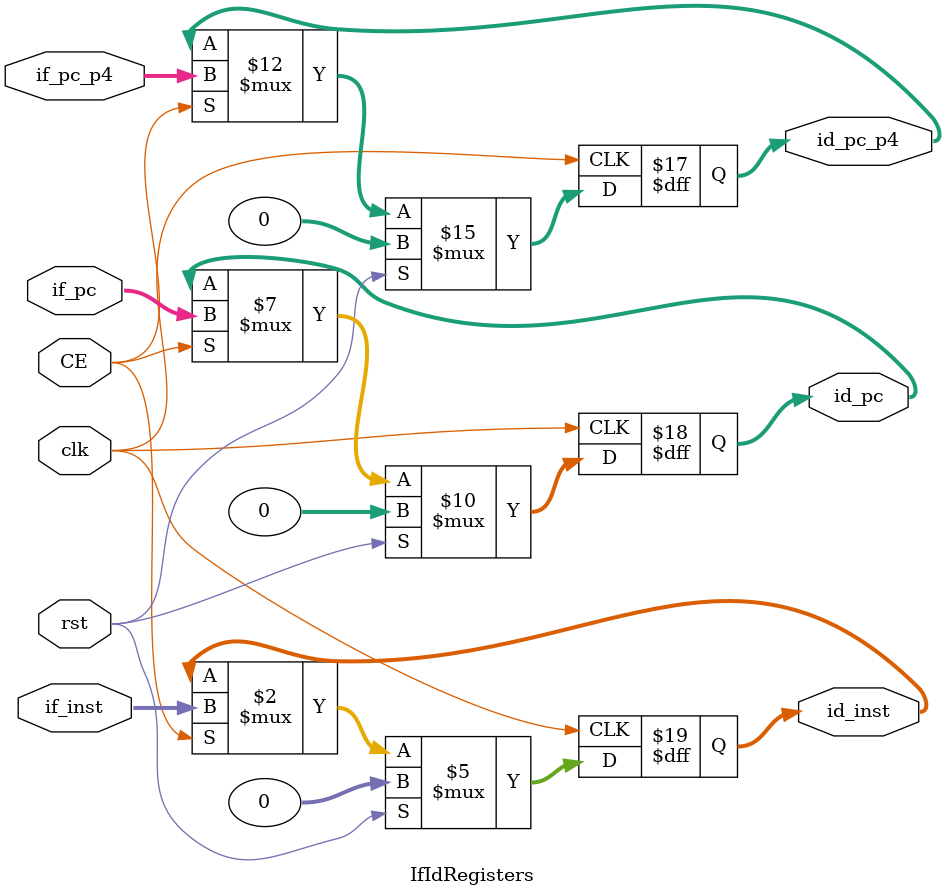
<source format=v>
module IfIdRegisters (
    input clk,
    input rst,
    input CE,
    input [31:0] if_pc_p4,
    input [31:0] if_pc,
    input [31:0] if_inst,
    output reg [31:0] id_pc_p4,
    output reg [31:0] id_pc,
    output reg [31:0] id_inst
    );
    always @(posedge clk) begin
        if (rst) begin
            id_pc_p4 <= 0;
            id_pc <= 0;
            id_inst <= 0;
        end 
        else if (CE) begin
            id_pc_p4 <= if_pc_p4;
            id_pc <= if_pc;
            id_inst <= if_inst;
        end
    end
endmodule


</source>
